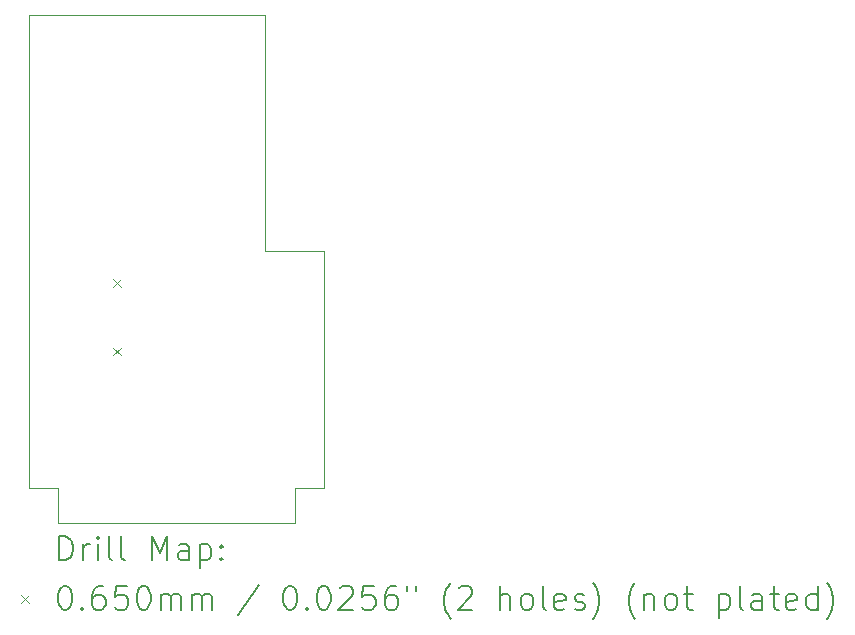
<source format=gbr>
%TF.GenerationSoftware,KiCad,Pcbnew,9.0.4*%
%TF.CreationDate,2025-10-20T22:45:23-04:00*%
%TF.ProjectId,the-spirit-board,7468652d-7370-4697-9269-742d626f6172,rev?*%
%TF.SameCoordinates,Original*%
%TF.FileFunction,Drillmap*%
%TF.FilePolarity,Positive*%
%FSLAX45Y45*%
G04 Gerber Fmt 4.5, Leading zero omitted, Abs format (unit mm)*
G04 Created by KiCad (PCBNEW 9.0.4) date 2025-10-20 22:45:23*
%MOMM*%
%LPD*%
G01*
G04 APERTURE LIST*
%ADD10C,0.050000*%
%ADD11C,0.200000*%
%ADD12C,0.100000*%
G04 APERTURE END LIST*
D10*
X14000000Y-10200000D02*
X16000000Y-10200000D01*
X14000000Y-14200000D02*
X14000000Y-10200000D01*
X14250000Y-14200000D02*
X14000000Y-14200000D01*
X14250000Y-14500000D02*
X14250000Y-14200000D01*
X16000000Y-10200000D02*
X16000000Y-12200000D01*
X16000000Y-12200000D02*
X16500000Y-12200000D01*
X16250000Y-14200000D02*
X16250000Y-14500000D01*
X16250000Y-14500000D02*
X14250000Y-14500000D01*
X16500000Y-12200000D02*
X16500000Y-14200000D01*
X16500000Y-14200000D02*
X16250000Y-14200000D01*
D11*
D12*
X14712300Y-12438000D02*
X14777300Y-12503000D01*
X14777300Y-12438000D02*
X14712300Y-12503000D01*
X14712300Y-13016000D02*
X14777300Y-13081000D01*
X14777300Y-13016000D02*
X14712300Y-13081000D01*
D11*
X14258277Y-14813984D02*
X14258277Y-14613984D01*
X14258277Y-14613984D02*
X14305896Y-14613984D01*
X14305896Y-14613984D02*
X14334467Y-14623508D01*
X14334467Y-14623508D02*
X14353515Y-14642555D01*
X14353515Y-14642555D02*
X14363039Y-14661603D01*
X14363039Y-14661603D02*
X14372562Y-14699698D01*
X14372562Y-14699698D02*
X14372562Y-14728269D01*
X14372562Y-14728269D02*
X14363039Y-14766365D01*
X14363039Y-14766365D02*
X14353515Y-14785412D01*
X14353515Y-14785412D02*
X14334467Y-14804460D01*
X14334467Y-14804460D02*
X14305896Y-14813984D01*
X14305896Y-14813984D02*
X14258277Y-14813984D01*
X14458277Y-14813984D02*
X14458277Y-14680650D01*
X14458277Y-14718746D02*
X14467801Y-14699698D01*
X14467801Y-14699698D02*
X14477324Y-14690174D01*
X14477324Y-14690174D02*
X14496372Y-14680650D01*
X14496372Y-14680650D02*
X14515420Y-14680650D01*
X14582086Y-14813984D02*
X14582086Y-14680650D01*
X14582086Y-14613984D02*
X14572562Y-14623508D01*
X14572562Y-14623508D02*
X14582086Y-14633031D01*
X14582086Y-14633031D02*
X14591610Y-14623508D01*
X14591610Y-14623508D02*
X14582086Y-14613984D01*
X14582086Y-14613984D02*
X14582086Y-14633031D01*
X14705896Y-14813984D02*
X14686848Y-14804460D01*
X14686848Y-14804460D02*
X14677324Y-14785412D01*
X14677324Y-14785412D02*
X14677324Y-14613984D01*
X14810658Y-14813984D02*
X14791610Y-14804460D01*
X14791610Y-14804460D02*
X14782086Y-14785412D01*
X14782086Y-14785412D02*
X14782086Y-14613984D01*
X15039229Y-14813984D02*
X15039229Y-14613984D01*
X15039229Y-14613984D02*
X15105896Y-14756841D01*
X15105896Y-14756841D02*
X15172562Y-14613984D01*
X15172562Y-14613984D02*
X15172562Y-14813984D01*
X15353515Y-14813984D02*
X15353515Y-14709222D01*
X15353515Y-14709222D02*
X15343991Y-14690174D01*
X15343991Y-14690174D02*
X15324943Y-14680650D01*
X15324943Y-14680650D02*
X15286848Y-14680650D01*
X15286848Y-14680650D02*
X15267801Y-14690174D01*
X15353515Y-14804460D02*
X15334467Y-14813984D01*
X15334467Y-14813984D02*
X15286848Y-14813984D01*
X15286848Y-14813984D02*
X15267801Y-14804460D01*
X15267801Y-14804460D02*
X15258277Y-14785412D01*
X15258277Y-14785412D02*
X15258277Y-14766365D01*
X15258277Y-14766365D02*
X15267801Y-14747317D01*
X15267801Y-14747317D02*
X15286848Y-14737793D01*
X15286848Y-14737793D02*
X15334467Y-14737793D01*
X15334467Y-14737793D02*
X15353515Y-14728269D01*
X15448753Y-14680650D02*
X15448753Y-14880650D01*
X15448753Y-14690174D02*
X15467801Y-14680650D01*
X15467801Y-14680650D02*
X15505896Y-14680650D01*
X15505896Y-14680650D02*
X15524943Y-14690174D01*
X15524943Y-14690174D02*
X15534467Y-14699698D01*
X15534467Y-14699698D02*
X15543991Y-14718746D01*
X15543991Y-14718746D02*
X15543991Y-14775888D01*
X15543991Y-14775888D02*
X15534467Y-14794936D01*
X15534467Y-14794936D02*
X15524943Y-14804460D01*
X15524943Y-14804460D02*
X15505896Y-14813984D01*
X15505896Y-14813984D02*
X15467801Y-14813984D01*
X15467801Y-14813984D02*
X15448753Y-14804460D01*
X15629705Y-14794936D02*
X15639229Y-14804460D01*
X15639229Y-14804460D02*
X15629705Y-14813984D01*
X15629705Y-14813984D02*
X15620182Y-14804460D01*
X15620182Y-14804460D02*
X15629705Y-14794936D01*
X15629705Y-14794936D02*
X15629705Y-14813984D01*
X15629705Y-14690174D02*
X15639229Y-14699698D01*
X15639229Y-14699698D02*
X15629705Y-14709222D01*
X15629705Y-14709222D02*
X15620182Y-14699698D01*
X15620182Y-14699698D02*
X15629705Y-14690174D01*
X15629705Y-14690174D02*
X15629705Y-14709222D01*
D12*
X13932500Y-15110000D02*
X13997500Y-15175000D01*
X13997500Y-15110000D02*
X13932500Y-15175000D01*
D11*
X14296372Y-15033984D02*
X14315420Y-15033984D01*
X14315420Y-15033984D02*
X14334467Y-15043508D01*
X14334467Y-15043508D02*
X14343991Y-15053031D01*
X14343991Y-15053031D02*
X14353515Y-15072079D01*
X14353515Y-15072079D02*
X14363039Y-15110174D01*
X14363039Y-15110174D02*
X14363039Y-15157793D01*
X14363039Y-15157793D02*
X14353515Y-15195888D01*
X14353515Y-15195888D02*
X14343991Y-15214936D01*
X14343991Y-15214936D02*
X14334467Y-15224460D01*
X14334467Y-15224460D02*
X14315420Y-15233984D01*
X14315420Y-15233984D02*
X14296372Y-15233984D01*
X14296372Y-15233984D02*
X14277324Y-15224460D01*
X14277324Y-15224460D02*
X14267801Y-15214936D01*
X14267801Y-15214936D02*
X14258277Y-15195888D01*
X14258277Y-15195888D02*
X14248753Y-15157793D01*
X14248753Y-15157793D02*
X14248753Y-15110174D01*
X14248753Y-15110174D02*
X14258277Y-15072079D01*
X14258277Y-15072079D02*
X14267801Y-15053031D01*
X14267801Y-15053031D02*
X14277324Y-15043508D01*
X14277324Y-15043508D02*
X14296372Y-15033984D01*
X14448753Y-15214936D02*
X14458277Y-15224460D01*
X14458277Y-15224460D02*
X14448753Y-15233984D01*
X14448753Y-15233984D02*
X14439229Y-15224460D01*
X14439229Y-15224460D02*
X14448753Y-15214936D01*
X14448753Y-15214936D02*
X14448753Y-15233984D01*
X14629705Y-15033984D02*
X14591610Y-15033984D01*
X14591610Y-15033984D02*
X14572562Y-15043508D01*
X14572562Y-15043508D02*
X14563039Y-15053031D01*
X14563039Y-15053031D02*
X14543991Y-15081603D01*
X14543991Y-15081603D02*
X14534467Y-15119698D01*
X14534467Y-15119698D02*
X14534467Y-15195888D01*
X14534467Y-15195888D02*
X14543991Y-15214936D01*
X14543991Y-15214936D02*
X14553515Y-15224460D01*
X14553515Y-15224460D02*
X14572562Y-15233984D01*
X14572562Y-15233984D02*
X14610658Y-15233984D01*
X14610658Y-15233984D02*
X14629705Y-15224460D01*
X14629705Y-15224460D02*
X14639229Y-15214936D01*
X14639229Y-15214936D02*
X14648753Y-15195888D01*
X14648753Y-15195888D02*
X14648753Y-15148269D01*
X14648753Y-15148269D02*
X14639229Y-15129222D01*
X14639229Y-15129222D02*
X14629705Y-15119698D01*
X14629705Y-15119698D02*
X14610658Y-15110174D01*
X14610658Y-15110174D02*
X14572562Y-15110174D01*
X14572562Y-15110174D02*
X14553515Y-15119698D01*
X14553515Y-15119698D02*
X14543991Y-15129222D01*
X14543991Y-15129222D02*
X14534467Y-15148269D01*
X14829705Y-15033984D02*
X14734467Y-15033984D01*
X14734467Y-15033984D02*
X14724943Y-15129222D01*
X14724943Y-15129222D02*
X14734467Y-15119698D01*
X14734467Y-15119698D02*
X14753515Y-15110174D01*
X14753515Y-15110174D02*
X14801134Y-15110174D01*
X14801134Y-15110174D02*
X14820182Y-15119698D01*
X14820182Y-15119698D02*
X14829705Y-15129222D01*
X14829705Y-15129222D02*
X14839229Y-15148269D01*
X14839229Y-15148269D02*
X14839229Y-15195888D01*
X14839229Y-15195888D02*
X14829705Y-15214936D01*
X14829705Y-15214936D02*
X14820182Y-15224460D01*
X14820182Y-15224460D02*
X14801134Y-15233984D01*
X14801134Y-15233984D02*
X14753515Y-15233984D01*
X14753515Y-15233984D02*
X14734467Y-15224460D01*
X14734467Y-15224460D02*
X14724943Y-15214936D01*
X14963039Y-15033984D02*
X14982086Y-15033984D01*
X14982086Y-15033984D02*
X15001134Y-15043508D01*
X15001134Y-15043508D02*
X15010658Y-15053031D01*
X15010658Y-15053031D02*
X15020182Y-15072079D01*
X15020182Y-15072079D02*
X15029705Y-15110174D01*
X15029705Y-15110174D02*
X15029705Y-15157793D01*
X15029705Y-15157793D02*
X15020182Y-15195888D01*
X15020182Y-15195888D02*
X15010658Y-15214936D01*
X15010658Y-15214936D02*
X15001134Y-15224460D01*
X15001134Y-15224460D02*
X14982086Y-15233984D01*
X14982086Y-15233984D02*
X14963039Y-15233984D01*
X14963039Y-15233984D02*
X14943991Y-15224460D01*
X14943991Y-15224460D02*
X14934467Y-15214936D01*
X14934467Y-15214936D02*
X14924943Y-15195888D01*
X14924943Y-15195888D02*
X14915420Y-15157793D01*
X14915420Y-15157793D02*
X14915420Y-15110174D01*
X14915420Y-15110174D02*
X14924943Y-15072079D01*
X14924943Y-15072079D02*
X14934467Y-15053031D01*
X14934467Y-15053031D02*
X14943991Y-15043508D01*
X14943991Y-15043508D02*
X14963039Y-15033984D01*
X15115420Y-15233984D02*
X15115420Y-15100650D01*
X15115420Y-15119698D02*
X15124943Y-15110174D01*
X15124943Y-15110174D02*
X15143991Y-15100650D01*
X15143991Y-15100650D02*
X15172563Y-15100650D01*
X15172563Y-15100650D02*
X15191610Y-15110174D01*
X15191610Y-15110174D02*
X15201134Y-15129222D01*
X15201134Y-15129222D02*
X15201134Y-15233984D01*
X15201134Y-15129222D02*
X15210658Y-15110174D01*
X15210658Y-15110174D02*
X15229705Y-15100650D01*
X15229705Y-15100650D02*
X15258277Y-15100650D01*
X15258277Y-15100650D02*
X15277324Y-15110174D01*
X15277324Y-15110174D02*
X15286848Y-15129222D01*
X15286848Y-15129222D02*
X15286848Y-15233984D01*
X15382086Y-15233984D02*
X15382086Y-15100650D01*
X15382086Y-15119698D02*
X15391610Y-15110174D01*
X15391610Y-15110174D02*
X15410658Y-15100650D01*
X15410658Y-15100650D02*
X15439229Y-15100650D01*
X15439229Y-15100650D02*
X15458277Y-15110174D01*
X15458277Y-15110174D02*
X15467801Y-15129222D01*
X15467801Y-15129222D02*
X15467801Y-15233984D01*
X15467801Y-15129222D02*
X15477324Y-15110174D01*
X15477324Y-15110174D02*
X15496372Y-15100650D01*
X15496372Y-15100650D02*
X15524943Y-15100650D01*
X15524943Y-15100650D02*
X15543991Y-15110174D01*
X15543991Y-15110174D02*
X15553515Y-15129222D01*
X15553515Y-15129222D02*
X15553515Y-15233984D01*
X15943991Y-15024460D02*
X15772563Y-15281603D01*
X16201134Y-15033984D02*
X16220182Y-15033984D01*
X16220182Y-15033984D02*
X16239229Y-15043508D01*
X16239229Y-15043508D02*
X16248753Y-15053031D01*
X16248753Y-15053031D02*
X16258277Y-15072079D01*
X16258277Y-15072079D02*
X16267801Y-15110174D01*
X16267801Y-15110174D02*
X16267801Y-15157793D01*
X16267801Y-15157793D02*
X16258277Y-15195888D01*
X16258277Y-15195888D02*
X16248753Y-15214936D01*
X16248753Y-15214936D02*
X16239229Y-15224460D01*
X16239229Y-15224460D02*
X16220182Y-15233984D01*
X16220182Y-15233984D02*
X16201134Y-15233984D01*
X16201134Y-15233984D02*
X16182086Y-15224460D01*
X16182086Y-15224460D02*
X16172563Y-15214936D01*
X16172563Y-15214936D02*
X16163039Y-15195888D01*
X16163039Y-15195888D02*
X16153515Y-15157793D01*
X16153515Y-15157793D02*
X16153515Y-15110174D01*
X16153515Y-15110174D02*
X16163039Y-15072079D01*
X16163039Y-15072079D02*
X16172563Y-15053031D01*
X16172563Y-15053031D02*
X16182086Y-15043508D01*
X16182086Y-15043508D02*
X16201134Y-15033984D01*
X16353515Y-15214936D02*
X16363039Y-15224460D01*
X16363039Y-15224460D02*
X16353515Y-15233984D01*
X16353515Y-15233984D02*
X16343991Y-15224460D01*
X16343991Y-15224460D02*
X16353515Y-15214936D01*
X16353515Y-15214936D02*
X16353515Y-15233984D01*
X16486848Y-15033984D02*
X16505896Y-15033984D01*
X16505896Y-15033984D02*
X16524944Y-15043508D01*
X16524944Y-15043508D02*
X16534467Y-15053031D01*
X16534467Y-15053031D02*
X16543991Y-15072079D01*
X16543991Y-15072079D02*
X16553515Y-15110174D01*
X16553515Y-15110174D02*
X16553515Y-15157793D01*
X16553515Y-15157793D02*
X16543991Y-15195888D01*
X16543991Y-15195888D02*
X16534467Y-15214936D01*
X16534467Y-15214936D02*
X16524944Y-15224460D01*
X16524944Y-15224460D02*
X16505896Y-15233984D01*
X16505896Y-15233984D02*
X16486848Y-15233984D01*
X16486848Y-15233984D02*
X16467801Y-15224460D01*
X16467801Y-15224460D02*
X16458277Y-15214936D01*
X16458277Y-15214936D02*
X16448753Y-15195888D01*
X16448753Y-15195888D02*
X16439229Y-15157793D01*
X16439229Y-15157793D02*
X16439229Y-15110174D01*
X16439229Y-15110174D02*
X16448753Y-15072079D01*
X16448753Y-15072079D02*
X16458277Y-15053031D01*
X16458277Y-15053031D02*
X16467801Y-15043508D01*
X16467801Y-15043508D02*
X16486848Y-15033984D01*
X16629706Y-15053031D02*
X16639229Y-15043508D01*
X16639229Y-15043508D02*
X16658277Y-15033984D01*
X16658277Y-15033984D02*
X16705896Y-15033984D01*
X16705896Y-15033984D02*
X16724944Y-15043508D01*
X16724944Y-15043508D02*
X16734467Y-15053031D01*
X16734467Y-15053031D02*
X16743991Y-15072079D01*
X16743991Y-15072079D02*
X16743991Y-15091127D01*
X16743991Y-15091127D02*
X16734467Y-15119698D01*
X16734467Y-15119698D02*
X16620182Y-15233984D01*
X16620182Y-15233984D02*
X16743991Y-15233984D01*
X16924944Y-15033984D02*
X16829706Y-15033984D01*
X16829706Y-15033984D02*
X16820182Y-15129222D01*
X16820182Y-15129222D02*
X16829706Y-15119698D01*
X16829706Y-15119698D02*
X16848753Y-15110174D01*
X16848753Y-15110174D02*
X16896372Y-15110174D01*
X16896372Y-15110174D02*
X16915420Y-15119698D01*
X16915420Y-15119698D02*
X16924944Y-15129222D01*
X16924944Y-15129222D02*
X16934468Y-15148269D01*
X16934468Y-15148269D02*
X16934468Y-15195888D01*
X16934468Y-15195888D02*
X16924944Y-15214936D01*
X16924944Y-15214936D02*
X16915420Y-15224460D01*
X16915420Y-15224460D02*
X16896372Y-15233984D01*
X16896372Y-15233984D02*
X16848753Y-15233984D01*
X16848753Y-15233984D02*
X16829706Y-15224460D01*
X16829706Y-15224460D02*
X16820182Y-15214936D01*
X17105896Y-15033984D02*
X17067801Y-15033984D01*
X17067801Y-15033984D02*
X17048753Y-15043508D01*
X17048753Y-15043508D02*
X17039229Y-15053031D01*
X17039229Y-15053031D02*
X17020182Y-15081603D01*
X17020182Y-15081603D02*
X17010658Y-15119698D01*
X17010658Y-15119698D02*
X17010658Y-15195888D01*
X17010658Y-15195888D02*
X17020182Y-15214936D01*
X17020182Y-15214936D02*
X17029706Y-15224460D01*
X17029706Y-15224460D02*
X17048753Y-15233984D01*
X17048753Y-15233984D02*
X17086849Y-15233984D01*
X17086849Y-15233984D02*
X17105896Y-15224460D01*
X17105896Y-15224460D02*
X17115420Y-15214936D01*
X17115420Y-15214936D02*
X17124944Y-15195888D01*
X17124944Y-15195888D02*
X17124944Y-15148269D01*
X17124944Y-15148269D02*
X17115420Y-15129222D01*
X17115420Y-15129222D02*
X17105896Y-15119698D01*
X17105896Y-15119698D02*
X17086849Y-15110174D01*
X17086849Y-15110174D02*
X17048753Y-15110174D01*
X17048753Y-15110174D02*
X17029706Y-15119698D01*
X17029706Y-15119698D02*
X17020182Y-15129222D01*
X17020182Y-15129222D02*
X17010658Y-15148269D01*
X17201134Y-15033984D02*
X17201134Y-15072079D01*
X17277325Y-15033984D02*
X17277325Y-15072079D01*
X17572563Y-15310174D02*
X17563039Y-15300650D01*
X17563039Y-15300650D02*
X17543991Y-15272079D01*
X17543991Y-15272079D02*
X17534468Y-15253031D01*
X17534468Y-15253031D02*
X17524944Y-15224460D01*
X17524944Y-15224460D02*
X17515420Y-15176841D01*
X17515420Y-15176841D02*
X17515420Y-15138746D01*
X17515420Y-15138746D02*
X17524944Y-15091127D01*
X17524944Y-15091127D02*
X17534468Y-15062555D01*
X17534468Y-15062555D02*
X17543991Y-15043508D01*
X17543991Y-15043508D02*
X17563039Y-15014936D01*
X17563039Y-15014936D02*
X17572563Y-15005412D01*
X17639230Y-15053031D02*
X17648753Y-15043508D01*
X17648753Y-15043508D02*
X17667801Y-15033984D01*
X17667801Y-15033984D02*
X17715420Y-15033984D01*
X17715420Y-15033984D02*
X17734468Y-15043508D01*
X17734468Y-15043508D02*
X17743991Y-15053031D01*
X17743991Y-15053031D02*
X17753515Y-15072079D01*
X17753515Y-15072079D02*
X17753515Y-15091127D01*
X17753515Y-15091127D02*
X17743991Y-15119698D01*
X17743991Y-15119698D02*
X17629706Y-15233984D01*
X17629706Y-15233984D02*
X17753515Y-15233984D01*
X17991611Y-15233984D02*
X17991611Y-15033984D01*
X18077325Y-15233984D02*
X18077325Y-15129222D01*
X18077325Y-15129222D02*
X18067801Y-15110174D01*
X18067801Y-15110174D02*
X18048753Y-15100650D01*
X18048753Y-15100650D02*
X18020182Y-15100650D01*
X18020182Y-15100650D02*
X18001134Y-15110174D01*
X18001134Y-15110174D02*
X17991611Y-15119698D01*
X18201134Y-15233984D02*
X18182087Y-15224460D01*
X18182087Y-15224460D02*
X18172563Y-15214936D01*
X18172563Y-15214936D02*
X18163039Y-15195888D01*
X18163039Y-15195888D02*
X18163039Y-15138746D01*
X18163039Y-15138746D02*
X18172563Y-15119698D01*
X18172563Y-15119698D02*
X18182087Y-15110174D01*
X18182087Y-15110174D02*
X18201134Y-15100650D01*
X18201134Y-15100650D02*
X18229706Y-15100650D01*
X18229706Y-15100650D02*
X18248753Y-15110174D01*
X18248753Y-15110174D02*
X18258277Y-15119698D01*
X18258277Y-15119698D02*
X18267801Y-15138746D01*
X18267801Y-15138746D02*
X18267801Y-15195888D01*
X18267801Y-15195888D02*
X18258277Y-15214936D01*
X18258277Y-15214936D02*
X18248753Y-15224460D01*
X18248753Y-15224460D02*
X18229706Y-15233984D01*
X18229706Y-15233984D02*
X18201134Y-15233984D01*
X18382087Y-15233984D02*
X18363039Y-15224460D01*
X18363039Y-15224460D02*
X18353515Y-15205412D01*
X18353515Y-15205412D02*
X18353515Y-15033984D01*
X18534468Y-15224460D02*
X18515420Y-15233984D01*
X18515420Y-15233984D02*
X18477325Y-15233984D01*
X18477325Y-15233984D02*
X18458277Y-15224460D01*
X18458277Y-15224460D02*
X18448753Y-15205412D01*
X18448753Y-15205412D02*
X18448753Y-15129222D01*
X18448753Y-15129222D02*
X18458277Y-15110174D01*
X18458277Y-15110174D02*
X18477325Y-15100650D01*
X18477325Y-15100650D02*
X18515420Y-15100650D01*
X18515420Y-15100650D02*
X18534468Y-15110174D01*
X18534468Y-15110174D02*
X18543992Y-15129222D01*
X18543992Y-15129222D02*
X18543992Y-15148269D01*
X18543992Y-15148269D02*
X18448753Y-15167317D01*
X18620182Y-15224460D02*
X18639230Y-15233984D01*
X18639230Y-15233984D02*
X18677325Y-15233984D01*
X18677325Y-15233984D02*
X18696373Y-15224460D01*
X18696373Y-15224460D02*
X18705896Y-15205412D01*
X18705896Y-15205412D02*
X18705896Y-15195888D01*
X18705896Y-15195888D02*
X18696373Y-15176841D01*
X18696373Y-15176841D02*
X18677325Y-15167317D01*
X18677325Y-15167317D02*
X18648753Y-15167317D01*
X18648753Y-15167317D02*
X18629706Y-15157793D01*
X18629706Y-15157793D02*
X18620182Y-15138746D01*
X18620182Y-15138746D02*
X18620182Y-15129222D01*
X18620182Y-15129222D02*
X18629706Y-15110174D01*
X18629706Y-15110174D02*
X18648753Y-15100650D01*
X18648753Y-15100650D02*
X18677325Y-15100650D01*
X18677325Y-15100650D02*
X18696373Y-15110174D01*
X18772563Y-15310174D02*
X18782087Y-15300650D01*
X18782087Y-15300650D02*
X18801134Y-15272079D01*
X18801134Y-15272079D02*
X18810658Y-15253031D01*
X18810658Y-15253031D02*
X18820182Y-15224460D01*
X18820182Y-15224460D02*
X18829706Y-15176841D01*
X18829706Y-15176841D02*
X18829706Y-15138746D01*
X18829706Y-15138746D02*
X18820182Y-15091127D01*
X18820182Y-15091127D02*
X18810658Y-15062555D01*
X18810658Y-15062555D02*
X18801134Y-15043508D01*
X18801134Y-15043508D02*
X18782087Y-15014936D01*
X18782087Y-15014936D02*
X18772563Y-15005412D01*
X19134468Y-15310174D02*
X19124944Y-15300650D01*
X19124944Y-15300650D02*
X19105896Y-15272079D01*
X19105896Y-15272079D02*
X19096373Y-15253031D01*
X19096373Y-15253031D02*
X19086849Y-15224460D01*
X19086849Y-15224460D02*
X19077325Y-15176841D01*
X19077325Y-15176841D02*
X19077325Y-15138746D01*
X19077325Y-15138746D02*
X19086849Y-15091127D01*
X19086849Y-15091127D02*
X19096373Y-15062555D01*
X19096373Y-15062555D02*
X19105896Y-15043508D01*
X19105896Y-15043508D02*
X19124944Y-15014936D01*
X19124944Y-15014936D02*
X19134468Y-15005412D01*
X19210658Y-15100650D02*
X19210658Y-15233984D01*
X19210658Y-15119698D02*
X19220182Y-15110174D01*
X19220182Y-15110174D02*
X19239230Y-15100650D01*
X19239230Y-15100650D02*
X19267801Y-15100650D01*
X19267801Y-15100650D02*
X19286849Y-15110174D01*
X19286849Y-15110174D02*
X19296373Y-15129222D01*
X19296373Y-15129222D02*
X19296373Y-15233984D01*
X19420182Y-15233984D02*
X19401134Y-15224460D01*
X19401134Y-15224460D02*
X19391611Y-15214936D01*
X19391611Y-15214936D02*
X19382087Y-15195888D01*
X19382087Y-15195888D02*
X19382087Y-15138746D01*
X19382087Y-15138746D02*
X19391611Y-15119698D01*
X19391611Y-15119698D02*
X19401134Y-15110174D01*
X19401134Y-15110174D02*
X19420182Y-15100650D01*
X19420182Y-15100650D02*
X19448754Y-15100650D01*
X19448754Y-15100650D02*
X19467801Y-15110174D01*
X19467801Y-15110174D02*
X19477325Y-15119698D01*
X19477325Y-15119698D02*
X19486849Y-15138746D01*
X19486849Y-15138746D02*
X19486849Y-15195888D01*
X19486849Y-15195888D02*
X19477325Y-15214936D01*
X19477325Y-15214936D02*
X19467801Y-15224460D01*
X19467801Y-15224460D02*
X19448754Y-15233984D01*
X19448754Y-15233984D02*
X19420182Y-15233984D01*
X19543992Y-15100650D02*
X19620182Y-15100650D01*
X19572563Y-15033984D02*
X19572563Y-15205412D01*
X19572563Y-15205412D02*
X19582087Y-15224460D01*
X19582087Y-15224460D02*
X19601134Y-15233984D01*
X19601134Y-15233984D02*
X19620182Y-15233984D01*
X19839230Y-15100650D02*
X19839230Y-15300650D01*
X19839230Y-15110174D02*
X19858277Y-15100650D01*
X19858277Y-15100650D02*
X19896373Y-15100650D01*
X19896373Y-15100650D02*
X19915420Y-15110174D01*
X19915420Y-15110174D02*
X19924944Y-15119698D01*
X19924944Y-15119698D02*
X19934468Y-15138746D01*
X19934468Y-15138746D02*
X19934468Y-15195888D01*
X19934468Y-15195888D02*
X19924944Y-15214936D01*
X19924944Y-15214936D02*
X19915420Y-15224460D01*
X19915420Y-15224460D02*
X19896373Y-15233984D01*
X19896373Y-15233984D02*
X19858277Y-15233984D01*
X19858277Y-15233984D02*
X19839230Y-15224460D01*
X20048754Y-15233984D02*
X20029706Y-15224460D01*
X20029706Y-15224460D02*
X20020182Y-15205412D01*
X20020182Y-15205412D02*
X20020182Y-15033984D01*
X20210658Y-15233984D02*
X20210658Y-15129222D01*
X20210658Y-15129222D02*
X20201135Y-15110174D01*
X20201135Y-15110174D02*
X20182087Y-15100650D01*
X20182087Y-15100650D02*
X20143992Y-15100650D01*
X20143992Y-15100650D02*
X20124944Y-15110174D01*
X20210658Y-15224460D02*
X20191611Y-15233984D01*
X20191611Y-15233984D02*
X20143992Y-15233984D01*
X20143992Y-15233984D02*
X20124944Y-15224460D01*
X20124944Y-15224460D02*
X20115420Y-15205412D01*
X20115420Y-15205412D02*
X20115420Y-15186365D01*
X20115420Y-15186365D02*
X20124944Y-15167317D01*
X20124944Y-15167317D02*
X20143992Y-15157793D01*
X20143992Y-15157793D02*
X20191611Y-15157793D01*
X20191611Y-15157793D02*
X20210658Y-15148269D01*
X20277325Y-15100650D02*
X20353515Y-15100650D01*
X20305896Y-15033984D02*
X20305896Y-15205412D01*
X20305896Y-15205412D02*
X20315420Y-15224460D01*
X20315420Y-15224460D02*
X20334468Y-15233984D01*
X20334468Y-15233984D02*
X20353515Y-15233984D01*
X20496373Y-15224460D02*
X20477325Y-15233984D01*
X20477325Y-15233984D02*
X20439230Y-15233984D01*
X20439230Y-15233984D02*
X20420182Y-15224460D01*
X20420182Y-15224460D02*
X20410658Y-15205412D01*
X20410658Y-15205412D02*
X20410658Y-15129222D01*
X20410658Y-15129222D02*
X20420182Y-15110174D01*
X20420182Y-15110174D02*
X20439230Y-15100650D01*
X20439230Y-15100650D02*
X20477325Y-15100650D01*
X20477325Y-15100650D02*
X20496373Y-15110174D01*
X20496373Y-15110174D02*
X20505896Y-15129222D01*
X20505896Y-15129222D02*
X20505896Y-15148269D01*
X20505896Y-15148269D02*
X20410658Y-15167317D01*
X20677325Y-15233984D02*
X20677325Y-15033984D01*
X20677325Y-15224460D02*
X20658277Y-15233984D01*
X20658277Y-15233984D02*
X20620182Y-15233984D01*
X20620182Y-15233984D02*
X20601135Y-15224460D01*
X20601135Y-15224460D02*
X20591611Y-15214936D01*
X20591611Y-15214936D02*
X20582087Y-15195888D01*
X20582087Y-15195888D02*
X20582087Y-15138746D01*
X20582087Y-15138746D02*
X20591611Y-15119698D01*
X20591611Y-15119698D02*
X20601135Y-15110174D01*
X20601135Y-15110174D02*
X20620182Y-15100650D01*
X20620182Y-15100650D02*
X20658277Y-15100650D01*
X20658277Y-15100650D02*
X20677325Y-15110174D01*
X20753516Y-15310174D02*
X20763039Y-15300650D01*
X20763039Y-15300650D02*
X20782087Y-15272079D01*
X20782087Y-15272079D02*
X20791611Y-15253031D01*
X20791611Y-15253031D02*
X20801135Y-15224460D01*
X20801135Y-15224460D02*
X20810658Y-15176841D01*
X20810658Y-15176841D02*
X20810658Y-15138746D01*
X20810658Y-15138746D02*
X20801135Y-15091127D01*
X20801135Y-15091127D02*
X20791611Y-15062555D01*
X20791611Y-15062555D02*
X20782087Y-15043508D01*
X20782087Y-15043508D02*
X20763039Y-15014936D01*
X20763039Y-15014936D02*
X20753516Y-15005412D01*
M02*

</source>
